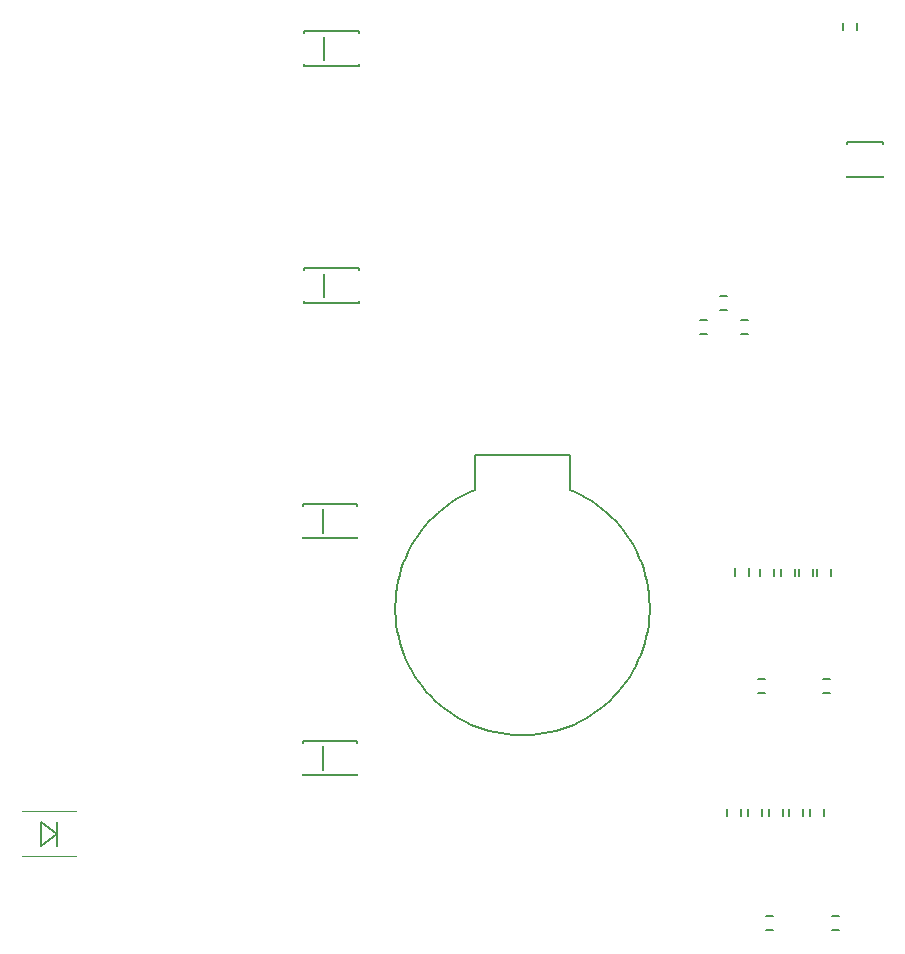
<source format=gbo>
G75*
G70*
%OFA0B0*%
%FSLAX24Y24*%
%IPPOS*%
%LPD*%
%AMOC8*
5,1,8,0,0,1.08239X$1,22.5*
%
%ADD10C,0.0060*%
%ADD11C,0.0080*%
%ADD12R,0.0157X0.0055*%
%ADD13C,0.0040*%
D10*
X028704Y024407D02*
X028940Y024407D01*
X028940Y024880D02*
X028704Y024880D01*
X029392Y025209D02*
X029628Y025209D01*
X029628Y025681D02*
X029392Y025681D01*
X030092Y024881D02*
X030328Y024881D01*
X030328Y024409D02*
X030092Y024409D01*
X033630Y029624D02*
X033630Y029679D01*
X033630Y029624D02*
X034811Y029624D01*
X034811Y029679D01*
X034811Y030750D02*
X034811Y030805D01*
X033630Y030805D01*
X033630Y030750D01*
X033474Y034527D02*
X033474Y034763D01*
X033946Y034763D02*
X033946Y034527D01*
X033071Y016583D02*
X033071Y016347D01*
X032598Y016347D02*
X032598Y016583D01*
X032471Y016581D02*
X032471Y016345D01*
X031998Y016345D02*
X031998Y016581D01*
X031871Y016582D02*
X031871Y016346D01*
X031399Y016346D02*
X031399Y016582D01*
X031171Y016582D02*
X031171Y016346D01*
X030699Y016346D02*
X030699Y016582D01*
X030341Y016593D02*
X030341Y016357D01*
X029868Y016357D02*
X029868Y016593D01*
X030656Y012900D02*
X030892Y012900D01*
X030892Y012428D02*
X030656Y012428D01*
X032817Y012428D02*
X033053Y012428D01*
X033053Y012900D02*
X032817Y012900D01*
X032861Y008581D02*
X032861Y008345D01*
X032388Y008345D02*
X032388Y008581D01*
X032161Y008581D02*
X032161Y008345D01*
X031688Y008345D02*
X031688Y008581D01*
X031471Y008582D02*
X031471Y008346D01*
X030999Y008346D02*
X030999Y008582D01*
X030771Y008582D02*
X030771Y008346D01*
X030299Y008346D02*
X030299Y008582D01*
X030071Y008581D02*
X030071Y008345D01*
X029598Y008345D02*
X029598Y008581D01*
X030917Y005000D02*
X031153Y005000D01*
X031153Y004528D02*
X030917Y004528D01*
X033117Y004528D02*
X033353Y004528D01*
X033353Y005000D02*
X033117Y005000D01*
D11*
X024372Y019206D02*
X024562Y019124D01*
X024748Y019033D01*
X024930Y018933D01*
X025106Y018825D01*
X025277Y018708D01*
X025442Y018583D01*
X025601Y018449D01*
X025753Y018309D01*
X025898Y018161D01*
X026036Y018006D01*
X026165Y017844D01*
X026287Y017677D01*
X026401Y017503D01*
X026505Y017325D01*
X026601Y017141D01*
X026688Y016953D01*
X026766Y016761D01*
X026834Y016565D01*
X026893Y016366D01*
X026941Y016165D01*
X026980Y015961D01*
X027009Y015756D01*
X027028Y015550D01*
X027036Y015343D01*
X027035Y015136D01*
X027023Y014929D01*
X027002Y014723D01*
X026970Y014518D01*
X026928Y014315D01*
X026877Y014114D01*
X026816Y013917D01*
X026745Y013722D01*
X026664Y013531D01*
X026575Y013344D01*
X026476Y013162D01*
X026369Y012985D01*
X026253Y012813D01*
X026129Y012647D01*
X025997Y012487D01*
X025857Y012334D01*
X025710Y012188D01*
X025556Y012050D01*
X025396Y011919D01*
X025229Y011796D01*
X025056Y011681D01*
X024878Y011575D01*
X024695Y011478D01*
X024508Y011390D01*
X024316Y011311D01*
X024121Y011241D01*
X023923Y011181D01*
X023722Y011131D01*
X023519Y011091D01*
X023314Y011061D01*
X023108Y011040D01*
X022901Y011030D01*
X022693Y011030D01*
X022486Y011040D01*
X022280Y011061D01*
X022075Y011091D01*
X021872Y011131D01*
X021671Y011181D01*
X021473Y011241D01*
X021278Y011311D01*
X021086Y011390D01*
X020899Y011478D01*
X020716Y011575D01*
X020538Y011681D01*
X020365Y011796D01*
X020198Y011919D01*
X020038Y012050D01*
X019884Y012188D01*
X019737Y012334D01*
X019597Y012487D01*
X019465Y012647D01*
X019341Y012813D01*
X019225Y012985D01*
X019118Y013162D01*
X019019Y013344D01*
X018930Y013531D01*
X018849Y013722D01*
X018778Y013917D01*
X018717Y014114D01*
X018666Y014315D01*
X018624Y014518D01*
X018592Y014723D01*
X018571Y014929D01*
X018559Y015136D01*
X018558Y015343D01*
X018566Y015550D01*
X018585Y015756D01*
X018614Y015961D01*
X018653Y016165D01*
X018701Y016366D01*
X018760Y016565D01*
X018828Y016761D01*
X018906Y016953D01*
X018993Y017141D01*
X019089Y017325D01*
X019193Y017503D01*
X019307Y017677D01*
X019429Y017844D01*
X019558Y018006D01*
X019696Y018161D01*
X019841Y018309D01*
X019993Y018449D01*
X020152Y018583D01*
X020317Y018708D01*
X020488Y018825D01*
X020664Y018933D01*
X020846Y019033D01*
X021032Y019124D01*
X021222Y019206D01*
X021223Y019206D02*
X021223Y020387D01*
X024372Y020387D01*
X024372Y019206D01*
X017296Y018739D02*
X015485Y018739D01*
X015485Y018680D01*
X016154Y018562D02*
X016154Y017774D01*
X015485Y017656D02*
X015485Y017597D01*
X017296Y017597D01*
X017296Y017656D01*
X017296Y018680D02*
X017296Y018739D01*
X017335Y025451D02*
X015524Y025451D01*
X015524Y025510D01*
X016194Y025629D02*
X016194Y026416D01*
X015524Y026534D02*
X015524Y026593D01*
X017335Y026593D01*
X017335Y026534D01*
X017335Y025510D02*
X017335Y025451D01*
X017335Y033351D02*
X015524Y033351D01*
X015524Y033410D01*
X016194Y033529D02*
X016194Y034316D01*
X015524Y034434D02*
X015524Y034493D01*
X017335Y034493D01*
X017335Y034434D01*
X017335Y033410D02*
X017335Y033351D01*
X017296Y010839D02*
X015485Y010839D01*
X015485Y010780D01*
X016154Y010662D02*
X016154Y009874D01*
X015485Y009756D02*
X015485Y009697D01*
X017296Y009697D01*
X017296Y009756D01*
X017296Y010780D02*
X017296Y010839D01*
X007297Y008139D02*
X007297Y007351D01*
X007297Y007745D02*
X006757Y007351D01*
X006757Y008139D01*
X007297Y007745D01*
D12*
X033708Y029651D03*
D13*
X007900Y006995D02*
X006120Y006995D01*
X006120Y008495D02*
X007900Y008495D01*
M02*

</source>
